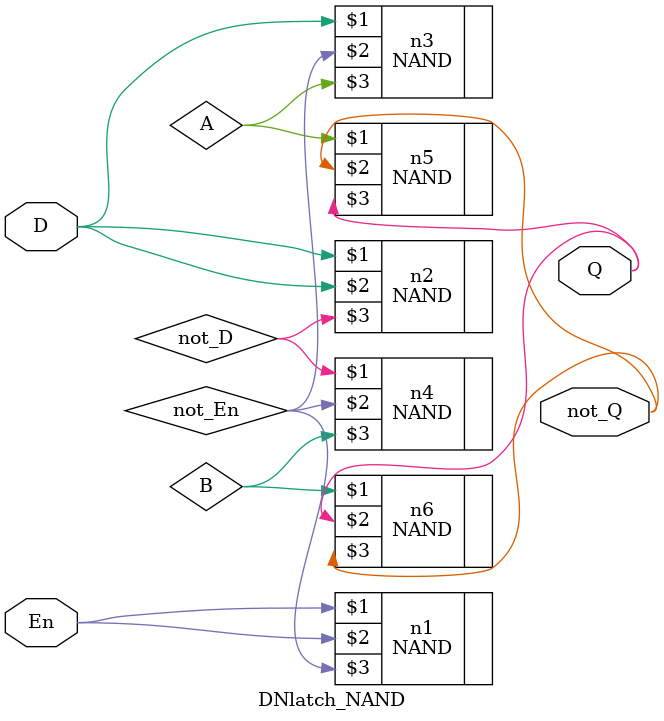
<source format=v>
`timescale 1ns / 1ps
module DNlatch_NAND(
    input En,
    input D,
    output Q,
    output not_Q
    );
	 
	 wire not_D,not_En,A,B;
	 
	 NAND n1(En,En,not_En);
	 NAND n2(D,D,not_D);
	 NAND n3(D,not_En,A);
	 NAND n4(not_D,not_En,B);
	 NAND n5(A,not_Q,Q);
	 NAND n6(B,Q,not_Q);	


endmodule

</source>
